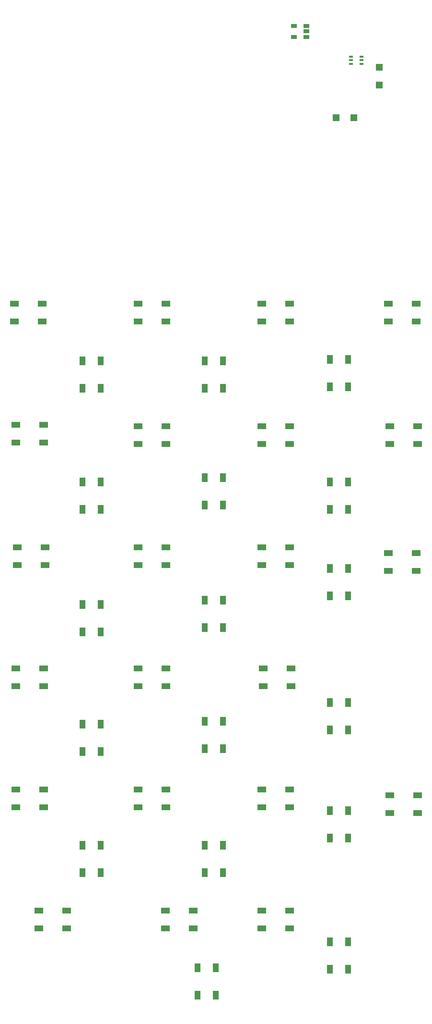
<source format=gtp>
G04 #@! TF.GenerationSoftware,KiCad,Pcbnew,(5.1.6)-1*
G04 #@! TF.CreationDate,2020-06-08T17:18:55+12:00*
G04 #@! TF.ProjectId,discipad-pcb,64697363-6970-4616-942d-7063622e6b69,rev?*
G04 #@! TF.SameCoordinates,Original*
G04 #@! TF.FileFunction,Paste,Top*
G04 #@! TF.FilePolarity,Positive*
%FSLAX46Y46*%
G04 Gerber Fmt 4.6, Leading zero omitted, Abs format (unit mm)*
G04 Created by KiCad (PCBNEW (5.1.6)-1) date 2020-06-08 17:18:55*
%MOMM*%
%LPD*%
G01*
G04 APERTURE LIST*
%ADD10R,0.650000X0.400000*%
%ADD11R,1.060000X0.650000*%
%ADD12R,1.200000X1.200000*%
%ADD13R,1.500000X1.000000*%
%ADD14R,1.000000X1.500000*%
G04 APERTURE END LIST*
D10*
X68820493Y-6768493D03*
X68820493Y-8068493D03*
X66920493Y-7418493D03*
X68820493Y-7418493D03*
X66920493Y-8068493D03*
X66920493Y-6768493D03*
D11*
X56864493Y-3288493D03*
X56864493Y-1388493D03*
X59064493Y-1388493D03*
X59064493Y-2338493D03*
X59064493Y-3288493D03*
D12*
X67413493Y-17578493D03*
X64263493Y-17578493D03*
X71934493Y-11787493D03*
X71934493Y-8637493D03*
D13*
X78702493Y-140082493D03*
X78702493Y-136882493D03*
X73802493Y-140082493D03*
X73802493Y-136882493D03*
X78448493Y-97410493D03*
X78448493Y-94210493D03*
X73548493Y-97410493D03*
X73548493Y-94210493D03*
X73802493Y-71858493D03*
X73802493Y-75058493D03*
X78702493Y-71858493D03*
X78702493Y-75058493D03*
X78448493Y-53468493D03*
X78448493Y-50268493D03*
X73548493Y-53468493D03*
X73548493Y-50268493D03*
D14*
X63222493Y-64986493D03*
X66422493Y-64986493D03*
X63222493Y-60086493D03*
X66422493Y-60086493D03*
X66422493Y-81676493D03*
X63222493Y-81676493D03*
X66422493Y-86576493D03*
X63222493Y-86576493D03*
X63222493Y-101816493D03*
X66422493Y-101816493D03*
X63222493Y-96916493D03*
X66422493Y-96916493D03*
X66422493Y-120538493D03*
X63222493Y-120538493D03*
X66422493Y-125438493D03*
X63222493Y-125438493D03*
X63222493Y-144488493D03*
X66422493Y-144488493D03*
X63222493Y-139588493D03*
X66422493Y-139588493D03*
X66422493Y-162702493D03*
X63222493Y-162702493D03*
X66422493Y-167602493D03*
X63222493Y-167602493D03*
D13*
X51196493Y-157202493D03*
X51196493Y-160402493D03*
X56096493Y-157202493D03*
X56096493Y-160402493D03*
X56096493Y-139066493D03*
X56096493Y-135866493D03*
X51196493Y-139066493D03*
X51196493Y-135866493D03*
X51450493Y-114530493D03*
X51450493Y-117730493D03*
X56350493Y-114530493D03*
X56350493Y-117730493D03*
X56096493Y-96394493D03*
X56096493Y-93194493D03*
X51196493Y-96394493D03*
X51196493Y-93194493D03*
X51196493Y-71858493D03*
X51196493Y-75058493D03*
X56096493Y-71858493D03*
X56096493Y-75058493D03*
X56096493Y-53468493D03*
X56096493Y-50268493D03*
X51196493Y-53468493D03*
X51196493Y-50268493D03*
D14*
X41124493Y-65240493D03*
X44324493Y-65240493D03*
X41124493Y-60340493D03*
X44324493Y-60340493D03*
X44324493Y-80914493D03*
X41124493Y-80914493D03*
X44324493Y-85814493D03*
X41124493Y-85814493D03*
X41124493Y-107404493D03*
X44324493Y-107404493D03*
X41124493Y-102504493D03*
X44324493Y-102504493D03*
X44324493Y-123840493D03*
X41124493Y-123840493D03*
X44324493Y-128740493D03*
X41124493Y-128740493D03*
X41124493Y-150584493D03*
X44324493Y-150584493D03*
X41124493Y-145684493D03*
X44324493Y-145684493D03*
X43054493Y-167274493D03*
X39854493Y-167274493D03*
X43054493Y-172174493D03*
X39854493Y-172174493D03*
D13*
X34178493Y-157202493D03*
X34178493Y-160402493D03*
X39078493Y-157202493D03*
X39078493Y-160402493D03*
X34252493Y-139066493D03*
X34252493Y-135866493D03*
X29352493Y-139066493D03*
X29352493Y-135866493D03*
X29352493Y-114530493D03*
X29352493Y-117730493D03*
X34252493Y-114530493D03*
X34252493Y-117730493D03*
X7508493Y-50268493D03*
X7508493Y-53468493D03*
X12408493Y-50268493D03*
X12408493Y-53468493D03*
X7762493Y-71604493D03*
X7762493Y-74804493D03*
X12662493Y-71604493D03*
X12662493Y-74804493D03*
X8016493Y-93194493D03*
X8016493Y-96394493D03*
X12916493Y-93194493D03*
X12916493Y-96394493D03*
X7762493Y-114530493D03*
X7762493Y-117730493D03*
X12662493Y-114530493D03*
X12662493Y-117730493D03*
X7762493Y-135866493D03*
X7762493Y-139066493D03*
X12662493Y-135866493D03*
X12662493Y-139066493D03*
X11826493Y-157202493D03*
X11826493Y-160402493D03*
X16726493Y-157202493D03*
X16726493Y-160402493D03*
D14*
X19534493Y-150584493D03*
X22734493Y-150584493D03*
X19534493Y-145684493D03*
X22734493Y-145684493D03*
X22734493Y-124348493D03*
X19534493Y-124348493D03*
X22734493Y-129248493D03*
X19534493Y-129248493D03*
X19534493Y-108166493D03*
X22734493Y-108166493D03*
X19534493Y-103266493D03*
X22734493Y-103266493D03*
X22734493Y-81676493D03*
X19534493Y-81676493D03*
X22734493Y-86576493D03*
X19534493Y-86576493D03*
X19534493Y-65240493D03*
X22734493Y-65240493D03*
X19534493Y-60340493D03*
X22734493Y-60340493D03*
D13*
X34252493Y-53468493D03*
X34252493Y-50268493D03*
X29352493Y-53468493D03*
X29352493Y-50268493D03*
X34252493Y-75058493D03*
X34252493Y-71858493D03*
X29352493Y-75058493D03*
X29352493Y-71858493D03*
X34252493Y-96394493D03*
X34252493Y-93194493D03*
X29352493Y-96394493D03*
X29352493Y-93194493D03*
M02*

</source>
